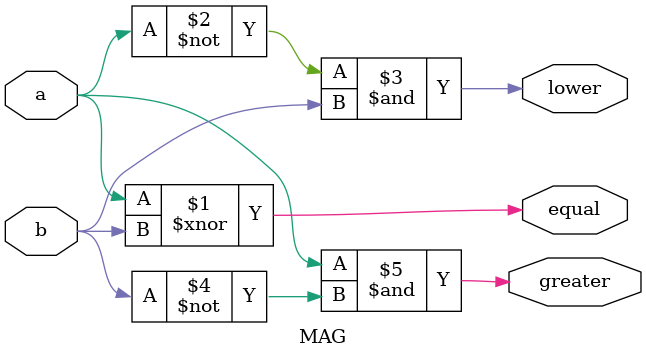
<source format=v>
`timescale 1ns / 1ps
module MAG ( a ,b ,equal ,greater ,lower );
output equal ;
output greater ;
output lower ;
input a ;
input b ;
assign equal = a ~^ b;
assign lower = (~a) & b;
assign greater = a & (~b);

endmodule
</source>
